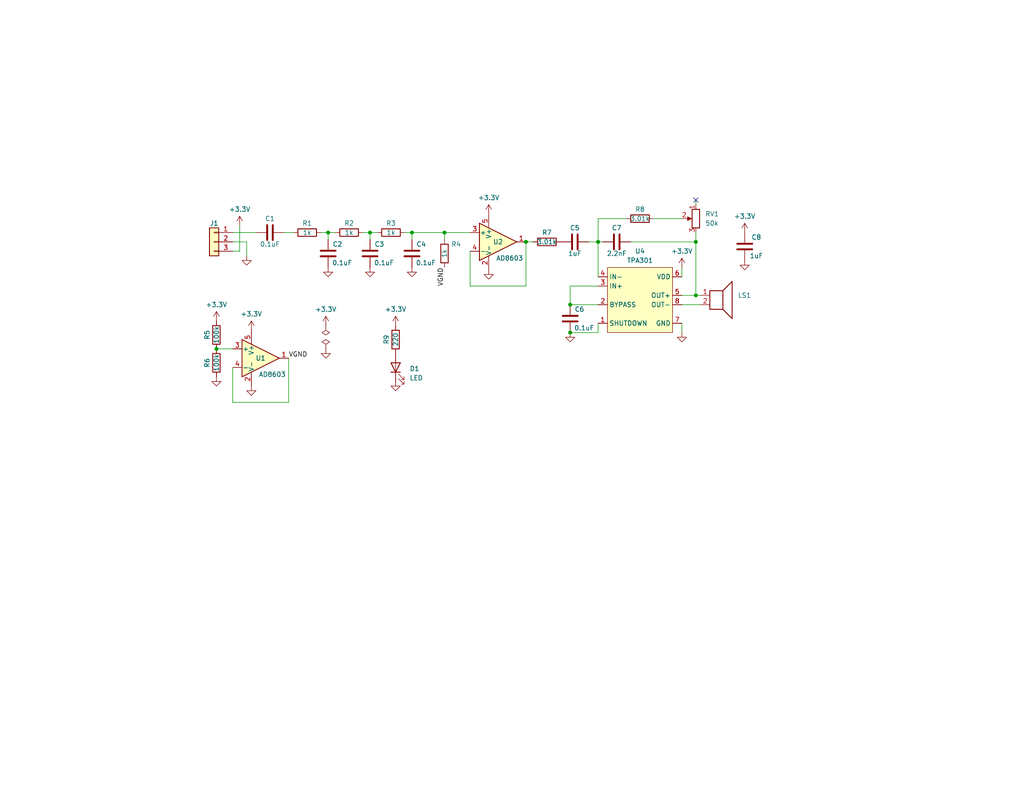
<source format=kicad_sch>
(kicad_sch (version 20230121) (generator eeschema)
  (paper "USLetter")
  (title_block (title "SkyFax Sound Card") (date "2023-09-21") (rev "1.0") (company "Mechanical & Electrical Industry Research Labs"))
  (lib_symbols
    (symbol "Amplifier_Operational:AD8603" (pin_names (offset 0.127))
      (property "Reference" "U" (at 0 5.08 0))
      (property "Value" "AD8603" (at 0 -5.08 0))
      (symbol "AD8603_0_1"
        (polyline (pts (xy -5.08 5.08) (xy 5.08 0) (xy -5.08 -5.08) (xy -5.08 5.08)) (stroke (width 0.254)) (fill (type background)))
        (pin power_in line (at -2.54 -7.62 90) (length 3.81) (name "V-") (number "2"))
        (pin power_in line (at -2.54 7.62 270) (length 3.81) (name "V+") (number "5"))
      )
      (symbol "AD8603_1_1"
        (pin output line (at 7.62 0 180) (length 2.54) (name "~") (number "1"))
        (pin input line (at -7.62 2.54 0) (length 2.54) (name "+") (number "3"))
        (pin input line (at -7.62 -2.54 0) (length 2.54) (name "-") (number "4"))
      )
    )
    (symbol "Connector_Generic:Conn_01x03" (pin_names (offset 1.016) hide)
      (property "Reference" "J" (at 0 5.08 0))
      (property "Value" "Conn_01x03" (at 0 -5.08 0))
      (symbol "Conn_01x03_1_1"
        (rectangle (start -1.27 -2.413) (end 0 -2.667) (stroke (width 0.1524)))
        (rectangle (start -1.27 0.127) (end 0 -0.127) (stroke (width 0.1524)))
        (rectangle (start -1.27 2.667) (end 0 2.413) (stroke (width 0.1524)))
        (rectangle (start -1.27 3.81) (end 1.27 -3.81) (stroke (width 0.254)) (fill (type background)))
        (pin passive line (at -5.08 2.54 0) (length 3.81) (name "Pin_1") (number "1"))
        (pin passive line (at -5.08 0 0) (length 3.81) (name "Pin_2") (number "2"))
        (pin passive line (at -5.08 -2.54 0) (length 3.81) (name "Pin_3") (number "3"))
      )
    )
    (symbol "Device:C" (pin_numbers hide) (pin_names (offset 0.254))
      (property "Reference" "C" (at 0.635 2.54 0))
      (property "Value" "C" (at 0.635 -2.54 0))
      (symbol "C_0_1"
        (polyline (pts (xy -2.032 -0.762) (xy 2.032 -0.762)) (stroke (width 0.508)))
        (polyline (pts (xy -2.032 0.762) (xy 2.032 0.762)) (stroke (width 0.508)))
      )
      (symbol "C_1_1"
        (pin passive line (at 0 3.81 270) (length 2.794) (name "~") (number "1"))
        (pin passive line (at 0 -3.81 90) (length 2.794) (name "~") (number "2"))
      )
    )
    (symbol "Device:LED" (pin_numbers hide) (pin_names (offset 1.016) hide)
      (property "Reference" "D" (at 0 2.54 0))
      (property "Value" "LED" (at 0 -2.54 0))
      (symbol "LED_0_1"
        (polyline (pts (xy -1.27 -1.27) (xy -1.27 1.27)) (stroke (width 0.254)))
        (polyline (pts (xy -1.27 0) (xy 1.27 0)))
        (polyline (pts (xy 1.27 -1.27) (xy 1.27 1.27) (xy -1.27 0) (xy 1.27 -1.27)) (stroke (width 0.254)))
        (polyline (pts (xy -3.048 -0.762) (xy -4.572 -2.286) (xy -3.81 -2.286) (xy -4.572 -2.286) (xy -4.572 -1.524)))
        (polyline (pts (xy -1.778 -0.762) (xy -3.302 -2.286) (xy -2.54 -2.286) (xy -3.302 -2.286) (xy -3.302 -1.524)))
      )
      (symbol "LED_1_1"
        (pin passive line (at -3.81 0 0) (length 2.54) (name "K") (number "1"))
        (pin passive line (at 3.81 0 180) (length 2.54) (name "A") (number "2"))
      )
    )
    (symbol "Device:R" (pin_numbers hide) (pin_names (offset 0))
      (property "Reference" "R" (at 2.032 0 90))
      (property "Value" "R" (at 0 0 90))
      (symbol "R_0_1"
        (rectangle (start -1.016 -2.54) (end 1.016 2.54) (stroke (width 0.254)))
      )
      (symbol "R_1_1"
        (pin passive line (at 0 3.81 270) (length 1.27) (name "~") (number "1"))
        (pin passive line (at 0 -3.81 90) (length 1.27) (name "~") (number "2"))
      )
    )
    (symbol "Device:R_Potentiometer" (pin_names (offset 1.016) hide)
      (property "Reference" "RV" (at -4.445 0 90))
      (property "Value" "R_Potentiometer" (at -2.54 0 90))
      (symbol "R_Potentiometer_0_1"
        (polyline (pts (xy 2.54 0) (xy 1.524 0)))
        (polyline (pts (xy 1.143 0) (xy 2.286 0.508) (xy 2.286 -0.508) (xy 1.143 0)) (fill (type outline)))
        (rectangle (start 1.016 2.54) (end -1.016 -2.54) (stroke (width 0.254)))
      )
      (symbol "R_Potentiometer_1_1"
        (pin passive line (at 0 3.81 270) (length 1.27) (name "1") (number "1"))
        (pin passive line (at 3.81 0 180) (length 1.27) (name "2") (number "2"))
        (pin passive line (at 0 -3.81 90) (length 1.27) (name "3") (number "3"))
      )
    )
    (symbol "Device:Speaker" (pin_names (offset 0) hide)
      (property "Reference" "LS" (at 1.27 5.715 0))
      (property "Value" "Speaker" (at 1.27 3.81 0))
      (symbol "Speaker_0_0"
        (rectangle (start -2.54 1.27) (end 1.016 -3.81) (stroke (width 0.254)))
        (polyline (pts (xy 1.016 1.27) (xy 3.556 3.81) (xy 3.556 -6.35) (xy 1.016 -3.81)) (stroke (width 0.254)))
      )
      (symbol "Speaker_1_1"
        (pin input line (at -5.08 0 0) (length 2.54) (name "1") (number "1"))
        (pin input line (at -5.08 -2.54 0) (length 2.54) (name "2") (number "2"))
      )
    )
    (symbol "SoundCard:TPA301"
      (property "Reference" "U" (at 0 10.16 0))
      (property "Value" "TPA301" (at 0 -10.16 0))
      (symbol "TPA301_0_0"
        (pin input line (at -11.43 -6.35 0) (length 2.54) (name "SHUTDOWN") (number "1"))
        (pin input line (at -11.43 -1.27 0) (length 2.54) (name "BYPASS") (number "2"))
        (pin input line (at -11.43 3.81 0) (length 2.54) (name "IN+") (number "3"))
        (pin input line (at -11.43 6.35 0) (length 2.54) (name "IN-") (number "4"))
        (pin output line (at 11.43 1.27 180) (length 2.54) (name "OUT+") (number "5"))
        (pin power_in line (at 11.43 6.35 180) (length 2.54) (name "VDD") (number "6"))
        (pin power_in line (at 11.43 -6.35 180) (length 2.54) (name "GND") (number "7"))
        (pin output line (at 11.43 -1.27 180) (length 2.54) (name "OUT-") (number "8"))
      )
      (symbol "TPA301_1_1"
        (rectangle (start -8.89 8.89) (end 8.89 -8.89) (fill (type background)))
      )
    )
    (symbol "power:+3.3V" (power) (pin_names (offset 0))
      (property "Value" "+3.3V" (at 0 3.556 0))
      (symbol "+3.3V_0_1"
        (polyline (pts (xy -0.762 1.27) (xy 0 2.54)))
        (polyline (pts (xy 0 0) (xy 0 2.54)))
        (polyline (pts (xy 0 2.54) (xy 0.762 1.27)))
      )
      (symbol "+3.3V_1_1"
        (pin power_in line (at 0 0 90) (length 0) hide (name "+3.3V") (number "1"))
      )
    )
    (symbol "power:GND" (power) (pin_names (offset 0))
      (property "Value" "GND" (at 0 -3.81 0))
      (symbol "GND_0_1"
        (polyline (pts (xy 0 0) (xy 0 -1.27) (xy 1.27 -1.27) (xy 0 -2.54) (xy -1.27 -1.27) (xy 0 -1.27)))
      )
      (symbol "GND_1_1"
        (pin power_in line (at 0 0 270) (length 0) hide (name "GND") (number "1"))
      )
    )
    (symbol "power:PWR_FLAG" (power) (pin_numbers hide) (pin_names (offset 0) hide)
      (property "Value" "PWR_FLAG" (at 0 3.81 0))
      (symbol "PWR_FLAG_0_0"
        (pin power_out line (at 0 0 90) (length 0) (name "pwr") (number "1"))
      )
      (symbol "PWR_FLAG_0_1"
        (polyline (pts (xy 0 0) (xy 0 1.27) (xy -1.016 1.905) (xy 0 2.54) (xy 1.016 1.905) (xy 0 1.27)))
      )
    )
  )
  (junction (at 189.865 80.645))
  (junction (at 189.865 66.04))
  (junction (at 155.575 83.185))
  (junction (at 143.51 66.04))
  (junction (at 59.055 95.25))
  (junction (at 112.395 63.5))
  (junction (at 100.965 63.5))
  (junction (at 163.195 66.04))
  (junction (at 121.285 63.5))
  (junction (at 155.575 90.805))
  (junction (at 89.535 63.5))
  (no_connect (at 189.865 54.61))
  (wire (pts (xy 189.865 63.5) (xy 189.865 66.04)))
  (wire (pts (xy 191.135 80.645) (xy 189.865 80.645)))
  (wire (pts (xy 112.395 63.5) (xy 112.395 65.405)))
  (wire (pts (xy 163.195 66.04) (xy 163.195 75.565)))
  (wire (pts (xy 172.085 66.04) (xy 189.865 66.04)))
  (wire (pts (xy 63.5 66.04) (xy 67.31 66.04)))
  (wire (pts (xy 163.195 78.105) (xy 155.575 78.105)))
  (wire (pts (xy 163.195 66.04) (xy 164.465 66.04)))
  (wire (pts (xy 63.5 68.58) (xy 65.405 68.58)))
  (wire (pts (xy 100.965 63.5) (xy 102.87 63.5)))
  (wire (pts (xy 89.535 63.5) (xy 89.535 65.405)))
  (wire (pts (xy 170.815 59.69) (xy 163.195 59.69)))
  (wire (pts (xy 63.5 109.855) (xy 78.74 109.855)))
  (wire (pts (xy 189.865 54.61) (xy 189.865 55.88)))
  (wire (pts (xy 89.535 63.5) (xy 91.44 63.5)))
  (wire (pts (xy 110.49 63.5) (xy 112.395 63.5)))
  (wire (pts (xy 67.31 66.04) (xy 67.31 69.85)))
  (wire (pts (xy 163.195 59.69) (xy 163.195 66.04)))
  (wire (pts (xy 121.285 65.405) (xy 121.285 63.5)))
  (wire (pts (xy 78.74 109.855) (xy 78.74 97.79)))
  (wire (pts (xy 160.655 66.04) (xy 163.195 66.04)))
  (wire (pts (xy 65.405 68.58) (xy 65.405 61.595)))
  (wire (pts (xy 163.195 90.805) (xy 155.575 90.805)))
  (wire (pts (xy 186.055 73.025) (xy 186.055 75.565)))
  (wire (pts (xy 99.06 63.5) (xy 100.965 63.5)))
  (wire (pts (xy 87.63 63.5) (xy 89.535 63.5)))
  (wire (pts (xy 77.47 63.5) (xy 80.01 63.5)))
  (wire (pts (xy 189.865 80.645) (xy 186.055 80.645)))
  (wire (pts (xy 128.27 68.58) (xy 128.27 78.105)))
  (wire (pts (xy 178.435 59.69) (xy 186.055 59.69)))
  (wire (pts (xy 121.285 63.5) (xy 128.27 63.5)))
  (wire (pts (xy 63.5 100.33) (xy 63.5 109.855)))
  (wire (pts (xy 155.575 78.105) (xy 155.575 83.185)))
  (wire (pts (xy 143.51 78.105) (xy 143.51 66.04)))
  (wire (pts (xy 128.27 78.105) (xy 143.51 78.105)))
  (wire (pts (xy 59.055 95.25) (xy 63.5 95.25)))
  (wire (pts (xy 121.285 63.5) (xy 112.395 63.5)))
  (wire (pts (xy 189.865 80.645) (xy 189.865 66.04)))
  (wire (pts (xy 63.5 63.5) (xy 69.85 63.5)))
  (wire (pts (xy 163.195 88.265) (xy 163.195 90.805)))
  (wire (pts (xy 186.055 90.805) (xy 186.055 88.265)))
  (wire (pts (xy 155.575 83.185) (xy 163.195 83.185)))
  (wire (pts (xy 191.135 83.185) (xy 186.055 83.185)))
  (wire (pts (xy 100.965 63.5) (xy 100.965 65.405)))
  (wire (pts (xy 143.51 66.04) (xy 145.415 66.04)))
  (label "VGND" (at 121.285 73.025 270))
  (label "VGND" (at 78.74 97.79 0))
  (symbol (lib_id "power:GND") (at 67.31 69.85 0) (unit 1)
    (property "Reference" "#PWR02" (effects hide))
    (property "Value" "GND" (effects hide))
  )
  (symbol (lib_id "Device:C") (at 168.275 66.04 90) (unit 1)
    (property "Reference" "C7" (at 168.275 62.23 90))
    (property "Value" "2.2nF" (at 168.275 69.215 90))
    (property "Footprint" "Capacitor_SMD:C_0402_1005Metric" (effects hide))
    (property "DIGIKEY" "490-GCM155R71H222KA37JCT-ND" (effects hide))
  )
  (symbol (lib_id "Device:R_Potentiometer") (at 189.865 59.69 0) (mirror y) (unit 1)
    (property "Reference" "RV1" (at 192.405 58.42 0) (effects (justify right)))
    (property "Value" "50k" (at 192.405 60.96 0) (effects (justify right)))
    (property "Footprint" "Potentiometer_SMD:Potentiometer_Bourns_TC33X_Vertical" (effects hide))
    (property "DIGIKEY" "118-TC33X-2-503GCT-ND" (effects hide))
  )
  (symbol (lib_id "Connector_Generic:Conn_01x03") (at 58.42 66.04 0) (mirror y) (unit 1)
    (property "Reference" "J1" (at 58.42 60.96 0))
    (property "Value" "Conn_01x03" (effects hide))
    (property "Footprint" "Connector_PinHeader_2.54mm:PinHeader_1x03_P2.54mm_Vertical" (effects hide))
  )
  (symbol (lib_id "Device:C") (at 89.535 69.215 0) (unit 1)
    (property "Reference" "C2" (at 92.075 66.675 0))
    (property "Value" "0.1uF" (at 93.345 71.755 0))
    (property "Footprint" "Capacitor_SMD:C_0402_1005Metric" (effects hide))
    (property "DIGIKEY" "1276-1043-1-ND" (effects hide))
  )
  (symbol (lib_id "Device:Speaker") (at 196.215 80.645 0) (unit 1)
    (property "Reference" "LS1" (at 201.295 80.645 0) (effects (justify left)))
    (property "Value" "Speaker" (effects hide))
    (property "Footprint" "SoundCard:PC_Speaker_15.0mm" (effects hide))
    (property "Datasheet" "https://www.cuidevices.com/product/resource/cvs-1508.pdf" (effects hide))
    (property "DIGIKEY" "102-2498-ND" (effects hide))
  )
  (symbol (lib_id "power:PWR_FLAG") (at 88.9 88.9 180) (unit 1)
    (property "Reference" "#FLG03" (effects hide))
    (property "Value" "PWR_FLAG" (effects hide))
  )
  (symbol (lib_id "Device:R") (at 59.055 99.06 180) (unit 1)
    (property "Reference" "R6" (at 56.515 99.06 90))
    (property "Value" "100k" (at 59.055 99.06 90))
    (property "Footprint" "Resistor_SMD:R_0402_1005Metric" (effects hide))
    (property "DIGIKEY" "YAG2304CT-ND" (effects hide))
  )
  (symbol (lib_id "Device:C") (at 203.2 67.31 180) (unit 1)
    (property "Reference" "C8" (at 206.375 64.77 0))
    (property "Value" "1uF" (at 206.375 69.85 0))
    (property "Footprint" "Capacitor_SMD:C_0402_1005Metric" (effects hide))
    (property "DIGIKEY" "1276-1076-1-ND" (effects hide))
  )
  (symbol (lib_id "power:+3.3V") (at 59.055 87.63 0) (unit 1)
    (property "Reference" "#PWR013" (effects hide))
    (property "Value" "+3.3V" (at 59.055 83.185 0))
  )
  (symbol (lib_id "power:+3.3V") (at 133.35 58.42 0) (unit 1)
    (property "Reference" "#PWR08" (effects hide))
    (property "Value" "+3.3V" (at 133.35 53.975 0))
  )
  (symbol (lib_id "power:+3.3V") (at 107.95 88.9 0) (unit 1)
    (property "Reference" "#PWR011" (effects hide))
    (property "Value" "+3.3V" (at 107.95 84.455 0))
  )
  (symbol (lib_id "power:GND") (at 155.575 90.805 0) (unit 1)
    (property "Reference" "#PWR016" (effects hide))
    (property "Value" "GND" (effects hide))
  )
  (symbol (lib_id "power:GND") (at 203.2 71.12 0) (unit 1)
    (property "Reference" "#PWR018" (effects hide))
    (property "Value" "GND" (effects hide))
  )
  (symbol (lib_id "power:GND") (at 186.055 90.805 0) (unit 1)
    (property "Reference" "#PWR014" (effects hide))
    (property "Value" "GND" (effects hide))
  )
  (symbol (lib_id "Device:C") (at 100.965 69.215 0) (unit 1)
    (property "Reference" "C3" (at 103.505 66.675 0))
    (property "Value" "0.1uF" (at 104.775 71.755 0))
    (property "Footprint" "Capacitor_SMD:C_0402_1005Metric" (effects hide))
    (property "DIGIKEY" "1276-1043-1-ND" (effects hide))
  )
  (symbol (lib_id "power:GND") (at 59.055 102.87 0) (unit 1)
    (property "Reference" "#PWR06" (effects hide))
    (property "Value" "GND" (effects hide))
  )
  (symbol (lib_id "power:+3.3V") (at 88.9 88.9 0) (unit 1)
    (property "Reference" "#PWR019" (effects hide))
    (property "Value" "+3.3V" (at 88.9 84.455 0))
  )
  (symbol (lib_id "power:+3.3V") (at 186.055 73.025 0) (unit 1)
    (property "Reference" "#PWR015" (effects hide))
    (property "Value" "+3.3V" (at 186.055 68.58 0))
  )
  (symbol (lib_id "Device:C") (at 156.845 66.04 90) (unit 1)
    (property "Reference" "C5" (at 156.845 62.23 90))
    (property "Value" "1uF" (at 156.845 69.215 90))
    (property "Footprint" "Capacitor_SMD:C_0402_1005Metric" (effects hide))
    (property "DIGIKEY" "1276-1076-1-ND" (effects hide))
  )
  (symbol (lib_id "Device:R") (at 121.285 69.215 180) (unit 1)
    (property "Reference" "R4" (at 124.46 66.675 0))
    (property "Value" "1k" (at 121.285 69.215 90))
    (property "Footprint" "Resistor_SMD:R_0402_1005Metric" (effects hide))
    (property "DIGIKEY" "MCS0402-1.00K-CFCT-ND" (effects hide))
  )
  (symbol (lib_id "Device:R") (at 59.055 91.44 180) (unit 1)
    (property "Reference" "R5" (at 56.515 91.44 90))
    (property "Value" "100k" (at 59.055 91.44 90))
    (property "Footprint" "Resistor_SMD:R_0402_1005Metric" (effects hide))
    (property "DIGIKEY" "YAG2304CT-ND" (effects hide))
  )
  (symbol (lib_id "power:+3.3V") (at 65.405 61.595 0) (unit 1)
    (property "Reference" "#PWR01" (effects hide))
    (property "Value" "+3.3V" (at 65.405 57.15 0))
  )
  (symbol (lib_id "Device:R") (at 95.25 63.5 90) (unit 1)
    (property "Reference" "R2" (at 95.25 60.96 90))
    (property "Value" "1k" (at 95.25 63.5 90))
    (property "Footprint" "Resistor_SMD:R_0402_1005Metric" (effects hide))
    (property "DIGIKEY" "MCS0402-1.00K-CFCT-ND" (effects hide))
  )
  (symbol (lib_id "Device:LED") (at 107.95 100.33 90) (unit 1)
    (property "Reference" "D1" (at 111.76 100.6475 90) (effects (justify right)))
    (property "Value" "LED" (at 111.76 103.1875 90) (effects (justify right)))
    (property "Footprint" "LED_SMD:LED_0805_2012Metric" (effects hide))
    (property "DIGIKEY" "160-1427-1-ND" (effects hide))
  )
  (symbol (lib_id "power:+3.3V") (at 203.2 63.5 0) (unit 1)
    (property "Reference" "#PWR017" (effects hide))
    (property "Value" "+3.3V" (at 203.2 59.055 0))
  )
  (symbol (lib_id "power:GND") (at 100.965 73.025 0) (unit 1)
    (property "Reference" "#PWR04" (effects hide))
    (property "Value" "GND" (effects hide))
  )
  (symbol (lib_id "power:GND") (at 88.9 95.25 0) (unit 1)
    (property "Reference" "#PWR020" (effects hide))
    (property "Value" "GND" (effects hide))
  )
  (symbol (lib_id "power:GND") (at 107.95 104.14 0) (unit 1)
    (property "Reference" "#PWR012" (effects hide))
    (property "Value" "GND" (effects hide))
  )
  (symbol (lib_id "Device:C") (at 112.395 69.215 0) (unit 1)
    (property "Reference" "C4" (at 114.935 66.675 0))
    (property "Value" "0.1uF" (at 116.205 71.755 0))
    (property "Footprint" "Capacitor_SMD:C_0402_1005Metric" (effects hide))
    (property "DIGIKEY" "1276-1043-1-ND" (effects hide))
  )
  (symbol (lib_id "Amplifier_Operational:AD8603") (at 71.12 97.79 0) (unit 1)
    (property "Reference" "U1" (at 71.12 97.79 0))
    (property "Value" "AD8603" (at 74.295 102.235 0))
    (property "Footprint" "Package_TO_SOT_SMD:TSOT-23-5" (effects hide))
    (property "Datasheet" "https://www.analog.com/media/en/technical-documentation/data-sheets/AD8603_8607_8609.pdf" (effects hide))
    (property "DIGIKEY" "AD8603AUJZ-REELCT-ND" (effects hide))
  )
  (symbol (lib_id "Device:C") (at 73.66 63.5 90) (unit 1)
    (property "Reference" "C1" (at 73.66 59.69 90))
    (property "Value" "0.1uF" (at 73.66 66.675 90))
    (property "Footprint" "Capacitor_SMD:C_0402_1005Metric" (effects hide))
    (property "DIGIKEY" "1276-1043-1-ND" (effects hide))
  )
  (symbol (lib_id "power:GND") (at 89.535 73.025 0) (unit 1)
    (property "Reference" "#PWR03" (effects hide))
    (property "Value" "GND" (effects hide))
  )
  (symbol (lib_id "power:GND") (at 68.58 105.41 0) (unit 1)
    (property "Reference" "#PWR010" (effects hide))
    (property "Value" "GND" (effects hide))
  )
  (symbol (lib_id "Device:R") (at 107.95 92.71 180) (unit 1)
    (property "Reference" "R9" (at 105.41 92.71 90))
    (property "Value" "220" (at 107.95 92.71 90))
    (property "Footprint" "Resistor_SMD:R_0402_1005Metric" (effects hide))
    (property "DIGIKEY" "A130087CT-ND" (effects hide))
  )
  (symbol (lib_id "Amplifier_Operational:AD8603") (at 135.89 66.04 0) (unit 1)
    (property "Reference" "U2" (at 135.89 66.04 0))
    (property "Value" "AD8603" (at 139.065 70.485 0))
    (property "Footprint" "Package_TO_SOT_SMD:TSOT-23-5" (effects hide))
    (property "Datasheet" "https://www.analog.com/media/en/technical-documentation/data-sheets/AD8603_8607_8609.pdf" (effects hide))
    (property "DIGIKEY" "AD8603AUJZ-REELCT-ND" (effects hide))
  )
  (symbol (lib_id "Device:R") (at 149.225 66.04 90) (unit 1)
    (property "Reference" "R7" (at 149.225 63.5 90))
    (property "Value" "3.01k" (at 149.225 66.04 90))
    (property "Footprint" "Resistor_SMD:R_0402_1005Metric" (effects hide))
    (property "DIGIKEY" "311-3.01KLRCT-ND" (effects hide))
  )
  (symbol (lib_id "SoundCard:TPA301") (at 174.625 81.915 0) (unit 1)
    (property "Reference" "U4" (at 174.625 68.58 0))
    (property "Value" "TPA301" (at 174.625 71.12 0))
    (property "Footprint" "Package_SO:SOIC-8_3.9x4.9mm_P1.27mm" (effects hide))
    (property "Datasheet" "https://www.ti.com/lit/ds/slos208e/slos208e.pdf" (effects hide))
    (property "DIGIKEY" "296-1945-1-ND" (effects hide))
  )
  (symbol (lib_id "power:GND") (at 133.35 73.66 0) (unit 1)
    (property "Reference" "#PWR07" (effects hide))
    (property "Value" "GND" (effects hide))
  )
  (symbol (lib_id "power:GND") (at 112.395 73.025 0) (unit 1)
    (property "Reference" "#PWR05" (effects hide))
    (property "Value" "GND" (effects hide))
  )
  (symbol (lib_id "Device:R") (at 106.68 63.5 90) (unit 1)
    (property "Reference" "R3" (at 106.68 60.96 90))
    (property "Value" "1k" (at 106.68 63.5 90))
    (property "Footprint" "Resistor_SMD:R_0402_1005Metric" (effects hide))
    (property "DIGIKEY" "MCS0402-1.00K-CFCT-ND" (effects hide))
  )
  (symbol (lib_id "Device:R") (at 174.625 59.69 90) (unit 1)
    (property "Reference" "R8" (at 174.625 57.15 90))
    (property "Value" "3.01k" (at 174.625 59.69 90))
    (property "Footprint" "Resistor_SMD:R_0402_1005Metric" (effects hide))
    (property "DIGIKEY" "311-3.01KLRCT-ND" (effects hide))
  )
  (symbol (lib_id "Device:R") (at 83.82 63.5 90) (unit 1)
    (property "Reference" "R1" (at 83.82 60.96 90))
    (property "Value" "1k" (at 83.82 63.5 90))
    (property "Footprint" "Resistor_SMD:R_0402_1005Metric" (effects hide))
    (property "DIGIKEY" "MCS0402-1.00K-CFCT-ND" (effects hide))
  )
  (symbol (lib_id "power:+3.3V") (at 68.58 90.17 0) (unit 1)
    (property "Reference" "#PWR09" (effects hide))
    (property "Value" "+3.3V" (at 68.58 85.725 0))
  )
  (symbol (lib_id "power:PWR_FLAG") (at 88.9 95.25 0) (unit 1)
    (property "Reference" "#FLG01" (effects hide))
    (property "Value" "PWR_FLAG" (effects hide))
  )
  (symbol (lib_id "Device:C") (at 155.575 86.995 0) (unit 1)
    (property "Reference" "C6" (at 158.115 84.455 0))
    (property "Value" "0.1uF" (at 159.385 89.535 0))
    (property "Footprint" "Capacitor_SMD:C_0402_1005Metric" (effects hide))
    (property "DIGIKEY" "1276-1043-1-ND" (effects hide))
  )
)
</source>
